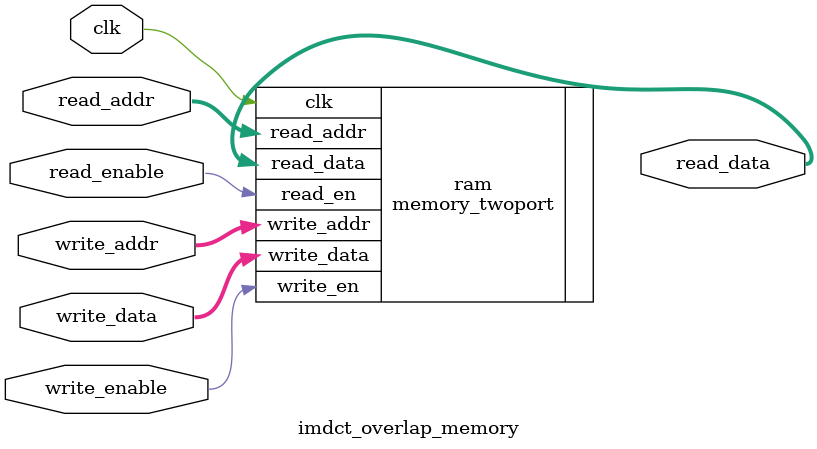
<source format=v>
`timescale 1ns / 1ps
module imdct_overlap_memory(
	input wire clk,
	
	input  wire        read_enable,
	input  wire  [9:0] read_addr,
	output wire [17:0] read_data,
	
	input  wire        write_enable,
	input  wire  [9:0] write_addr,
	input  wire [17:0] write_data
    );
	 
	memory_twoport #(
		.RAM_WIDTH(18),
		.RAM_ADDR_BITS(10)
	) ram (
		.clk(clk),
		.read_en(read_enable),
		.read_addr(read_addr),
		.read_data(read_data),
		.write_en(write_enable),
		.write_addr(write_addr),
		.write_data(write_data)
	);


endmodule

</source>
